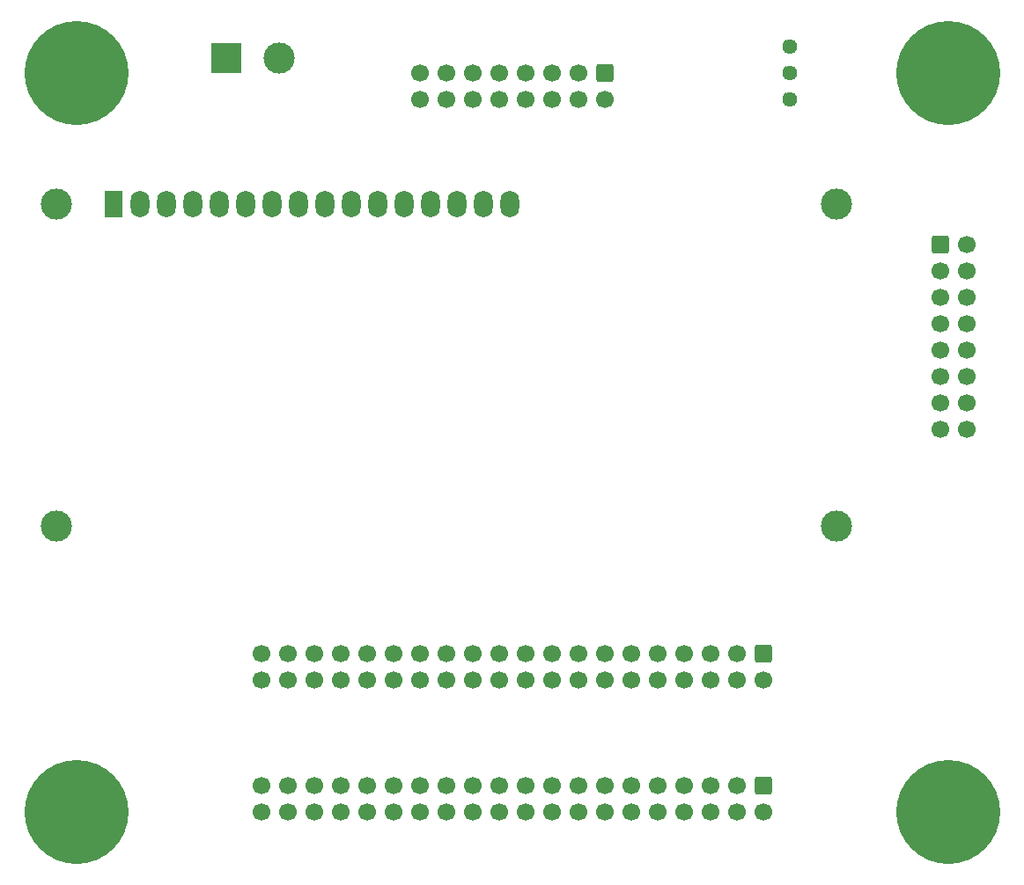
<source format=gbr>
%TF.GenerationSoftware,KiCad,Pcbnew,(6.0.6)*%
%TF.CreationDate,2022-08-14T22:29:33-04:00*%
%TF.ProjectId,raspberry_pi_wiring_harness,72617370-6265-4727-9279-5f70695f7769,rev?*%
%TF.SameCoordinates,Original*%
%TF.FileFunction,Soldermask,Top*%
%TF.FilePolarity,Negative*%
%FSLAX46Y46*%
G04 Gerber Fmt 4.6, Leading zero omitted, Abs format (unit mm)*
G04 Created by KiCad (PCBNEW (6.0.6)) date 2022-08-14 22:29:33*
%MOMM*%
%LPD*%
G01*
G04 APERTURE LIST*
G04 Aperture macros list*
%AMRoundRect*
0 Rectangle with rounded corners*
0 $1 Rounding radius*
0 $2 $3 $4 $5 $6 $7 $8 $9 X,Y pos of 4 corners*
0 Add a 4 corners polygon primitive as box body*
4,1,4,$2,$3,$4,$5,$6,$7,$8,$9,$2,$3,0*
0 Add four circle primitives for the rounded corners*
1,1,$1+$1,$2,$3*
1,1,$1+$1,$4,$5*
1,1,$1+$1,$6,$7*
1,1,$1+$1,$8,$9*
0 Add four rect primitives between the rounded corners*
20,1,$1+$1,$2,$3,$4,$5,0*
20,1,$1+$1,$4,$5,$6,$7,0*
20,1,$1+$1,$6,$7,$8,$9,0*
20,1,$1+$1,$8,$9,$2,$3,0*%
G04 Aperture macros list end*
%ADD10C,1.440000*%
%ADD11RoundRect,0.250000X-0.600000X0.600000X-0.600000X-0.600000X0.600000X-0.600000X0.600000X0.600000X0*%
%ADD12C,1.700000*%
%ADD13RoundRect,0.250000X-0.600000X-0.600000X0.600000X-0.600000X0.600000X0.600000X-0.600000X0.600000X0*%
%ADD14R,3.000000X3.000000*%
%ADD15C,3.000000*%
%ADD16C,0.900000*%
%ADD17C,10.000000*%
%ADD18R,1.800000X2.600000*%
%ADD19O,1.800000X2.600000*%
G04 APERTURE END LIST*
D10*
%TO.C,RV1*%
X126200000Y-55080000D03*
X126200000Y-57620000D03*
X126200000Y-60160000D03*
%TD*%
D11*
%TO.C,J5*%
X108420000Y-57620000D03*
D12*
X108420000Y-60160000D03*
X105880000Y-57620000D03*
X105880000Y-60160000D03*
X103340000Y-57620000D03*
X103340000Y-60160000D03*
X100800000Y-57620000D03*
X100800000Y-60160000D03*
X98260000Y-57620000D03*
X98260000Y-60160000D03*
X95720000Y-57620000D03*
X95720000Y-60160000D03*
X93180000Y-57620000D03*
X93180000Y-60160000D03*
X90640000Y-57620000D03*
X90640000Y-60160000D03*
%TD*%
D13*
%TO.C,J4*%
X140687500Y-74130000D03*
D12*
X143227500Y-74130000D03*
X140687500Y-76670000D03*
X143227500Y-76670000D03*
X140687500Y-79210000D03*
X143227500Y-79210000D03*
X140687500Y-81750000D03*
X143227500Y-81750000D03*
X140687500Y-84290000D03*
X143227500Y-84290000D03*
X140687500Y-86830000D03*
X143227500Y-86830000D03*
X140687500Y-89370000D03*
X143227500Y-89370000D03*
X140687500Y-91910000D03*
X143227500Y-91910000D03*
%TD*%
D14*
%TO.C,J3*%
X72072600Y-56197600D03*
D15*
X77152600Y-56197600D03*
%TD*%
D11*
%TO.C,J2*%
X123660000Y-126200000D03*
D12*
X123660000Y-128740000D03*
X121120000Y-126200000D03*
X121120000Y-128740000D03*
X118580000Y-126200000D03*
X118580000Y-128740000D03*
X116040000Y-126200000D03*
X116040000Y-128740000D03*
X113500000Y-126200000D03*
X113500000Y-128740000D03*
X110960000Y-126200000D03*
X110960000Y-128740000D03*
X108420000Y-126200000D03*
X108420000Y-128740000D03*
X105880000Y-126200000D03*
X105880000Y-128740000D03*
X103340000Y-126200000D03*
X103340000Y-128740000D03*
X100800000Y-126200000D03*
X100800000Y-128740000D03*
X98260000Y-126200000D03*
X98260000Y-128740000D03*
X95720000Y-126200000D03*
X95720000Y-128740000D03*
X93180000Y-126200000D03*
X93180000Y-128740000D03*
X90640000Y-126200000D03*
X90640000Y-128740000D03*
X88100000Y-126200000D03*
X88100000Y-128740000D03*
X85560000Y-126200000D03*
X85560000Y-128740000D03*
X83020000Y-126200000D03*
X83020000Y-128740000D03*
X80480000Y-126200000D03*
X80480000Y-128740000D03*
X77940000Y-126200000D03*
X77940000Y-128740000D03*
X75400000Y-126200000D03*
X75400000Y-128740000D03*
%TD*%
D11*
%TO.C,J1*%
X123660000Y-113500000D03*
D12*
X123660000Y-116040000D03*
X121120000Y-113500000D03*
X121120000Y-116040000D03*
X118580000Y-113500000D03*
X118580000Y-116040000D03*
X116040000Y-113500000D03*
X116040000Y-116040000D03*
X113500000Y-113500000D03*
X113500000Y-116040000D03*
X110960000Y-113500000D03*
X110960000Y-116040000D03*
X108420000Y-113500000D03*
X108420000Y-116040000D03*
X105880000Y-113500000D03*
X105880000Y-116040000D03*
X103340000Y-113500000D03*
X103340000Y-116040000D03*
X100800000Y-113500000D03*
X100800000Y-116040000D03*
X98260000Y-113500000D03*
X98260000Y-116040000D03*
X95720000Y-113500000D03*
X95720000Y-116040000D03*
X93180000Y-113500000D03*
X93180000Y-116040000D03*
X90640000Y-113500000D03*
X90640000Y-116040000D03*
X88100000Y-113500000D03*
X88100000Y-116040000D03*
X85560000Y-113500000D03*
X85560000Y-116040000D03*
X83020000Y-113500000D03*
X83020000Y-116040000D03*
X80480000Y-113500000D03*
X80480000Y-116040000D03*
X77940000Y-113500000D03*
X77940000Y-116040000D03*
X75400000Y-113500000D03*
X75400000Y-116040000D03*
%TD*%
D16*
%TO.C,H4*%
X57620000Y-132490000D03*
X57620000Y-124990000D03*
X60271650Y-126088350D03*
X53870000Y-128740000D03*
D17*
X57620000Y-128740000D03*
D16*
X61370000Y-128740000D03*
X54968350Y-126088350D03*
X60271650Y-131391650D03*
X54968350Y-131391650D03*
%TD*%
%TO.C,H3*%
X57620000Y-61370000D03*
X57620000Y-53870000D03*
X60271650Y-54968350D03*
X53870000Y-57620000D03*
D17*
X57620000Y-57620000D03*
D16*
X61370000Y-57620000D03*
X54968350Y-54968350D03*
X60271650Y-60271650D03*
X54968350Y-60271650D03*
%TD*%
%TO.C,H2*%
X141440000Y-132490000D03*
X141440000Y-124990000D03*
X144091650Y-126088350D03*
X137690000Y-128740000D03*
D17*
X141440000Y-128740000D03*
D16*
X145190000Y-128740000D03*
X138788350Y-126088350D03*
X144091650Y-131391650D03*
X138788350Y-131391650D03*
%TD*%
%TO.C,H1*%
X141440000Y-61370000D03*
X141440000Y-53870000D03*
X144091650Y-54968350D03*
X137690000Y-57620000D03*
D17*
X141440000Y-57620000D03*
D16*
X145190000Y-57620000D03*
X138788350Y-54968350D03*
X144091650Y-60271650D03*
X138788350Y-60271650D03*
%TD*%
D15*
%TO.C,DS1*%
X130679480Y-101203200D03*
X55680900Y-70202500D03*
X55680900Y-101203200D03*
X130680000Y-70202500D03*
D18*
X61180000Y-70202500D03*
D19*
X63720000Y-70202500D03*
X66260000Y-70202500D03*
X68800000Y-70202500D03*
X71340000Y-70202500D03*
X73880000Y-70202500D03*
X76420000Y-70202500D03*
X78960000Y-70202500D03*
X81500000Y-70202500D03*
X84040000Y-70202500D03*
X86580000Y-70202500D03*
X89120000Y-70202500D03*
X91660000Y-70202500D03*
X94200000Y-70202500D03*
X96740000Y-70202500D03*
X99280000Y-70202500D03*
%TD*%
G36*
X126205294Y-59433472D02*
G01*
X126365689Y-59452598D01*
X126366123Y-59452700D01*
X126518299Y-59506887D01*
X126518700Y-59507082D01*
X126655084Y-59593634D01*
X126655431Y-59593914D01*
X126769251Y-59708532D01*
X126769528Y-59708881D01*
X126855127Y-59845867D01*
X126855320Y-59846269D01*
X126908443Y-59998819D01*
X126908542Y-59999254D01*
X126926877Y-60162714D01*
X126926889Y-60162965D01*
X126926689Y-60177333D01*
X126926670Y-60177583D01*
X126903778Y-60340466D01*
X126903667Y-60340898D01*
X126846304Y-60491907D01*
X126846100Y-60492304D01*
X126756714Y-60626841D01*
X126756427Y-60627182D01*
X126639445Y-60738582D01*
X126639090Y-60738852D01*
X126500341Y-60821563D01*
X126499935Y-60821747D01*
X126346312Y-60871663D01*
X126345875Y-60871753D01*
X126185008Y-60886393D01*
X126184562Y-60886383D01*
X126024448Y-60865019D01*
X126024016Y-60864912D01*
X125872614Y-60808607D01*
X125872216Y-60808406D01*
X125737056Y-60719959D01*
X125736712Y-60719674D01*
X125624499Y-60603474D01*
X125624227Y-60603121D01*
X125540552Y-60464957D01*
X125540365Y-60464552D01*
X125489376Y-60311275D01*
X125489284Y-60310839D01*
X125473522Y-60150078D01*
X125473524Y-60149913D01*
X125477527Y-60149913D01*
X125493245Y-60310223D01*
X125544091Y-60463073D01*
X125627537Y-60600857D01*
X125739433Y-60716728D01*
X125874221Y-60804931D01*
X126025204Y-60861082D01*
X126184866Y-60882385D01*
X126345289Y-60867785D01*
X126498485Y-60818009D01*
X126636851Y-60735527D01*
X126753498Y-60624445D01*
X126842642Y-60490273D01*
X126899843Y-60339690D01*
X126922276Y-60180076D01*
X126922554Y-60160100D01*
X126904587Y-59999921D01*
X126851612Y-59847798D01*
X126766252Y-59711193D01*
X126652752Y-59596897D01*
X126516739Y-59510581D01*
X126364994Y-59456548D01*
X126205043Y-59437475D01*
X126044844Y-59454312D01*
X125892355Y-59506223D01*
X125755159Y-59590627D01*
X125640068Y-59703331D01*
X125552809Y-59838732D01*
X125497716Y-59990098D01*
X125477527Y-60149913D01*
X125473524Y-60149913D01*
X125473528Y-60149632D01*
X125493772Y-59989376D01*
X125493877Y-59988943D01*
X125549125Y-59837149D01*
X125549323Y-59836750D01*
X125636825Y-59700975D01*
X125637107Y-59700629D01*
X125752517Y-59587611D01*
X125752868Y-59587337D01*
X125890451Y-59502696D01*
X125890854Y-59502506D01*
X126043768Y-59450449D01*
X126044204Y-59450353D01*
X126204848Y-59433469D01*
X126205294Y-59433472D01*
G37*
G36*
X126205294Y-56893472D02*
G01*
X126365689Y-56912598D01*
X126366123Y-56912700D01*
X126518299Y-56966887D01*
X126518700Y-56967082D01*
X126655084Y-57053634D01*
X126655431Y-57053914D01*
X126769251Y-57168532D01*
X126769528Y-57168881D01*
X126855127Y-57305867D01*
X126855320Y-57306269D01*
X126908443Y-57458819D01*
X126908542Y-57459254D01*
X126926877Y-57622714D01*
X126926889Y-57622965D01*
X126926689Y-57637333D01*
X126926670Y-57637583D01*
X126903778Y-57800466D01*
X126903667Y-57800898D01*
X126846304Y-57951907D01*
X126846100Y-57952304D01*
X126756714Y-58086841D01*
X126756427Y-58087182D01*
X126639445Y-58198582D01*
X126639090Y-58198852D01*
X126500341Y-58281563D01*
X126499935Y-58281747D01*
X126346312Y-58331663D01*
X126345875Y-58331753D01*
X126185008Y-58346393D01*
X126184562Y-58346383D01*
X126024448Y-58325019D01*
X126024016Y-58324912D01*
X125872614Y-58268607D01*
X125872216Y-58268406D01*
X125737056Y-58179959D01*
X125736712Y-58179674D01*
X125624499Y-58063474D01*
X125624227Y-58063121D01*
X125540552Y-57924957D01*
X125540365Y-57924552D01*
X125489376Y-57771275D01*
X125489284Y-57770839D01*
X125473522Y-57610078D01*
X125473524Y-57609913D01*
X125477527Y-57609913D01*
X125493245Y-57770223D01*
X125544091Y-57923073D01*
X125627537Y-58060857D01*
X125739433Y-58176728D01*
X125874221Y-58264931D01*
X126025204Y-58321082D01*
X126184866Y-58342385D01*
X126345289Y-58327785D01*
X126498485Y-58278009D01*
X126636851Y-58195527D01*
X126753498Y-58084445D01*
X126842642Y-57950273D01*
X126899843Y-57799690D01*
X126922276Y-57640076D01*
X126922554Y-57620100D01*
X126904587Y-57459921D01*
X126851612Y-57307798D01*
X126766252Y-57171193D01*
X126652752Y-57056897D01*
X126516739Y-56970581D01*
X126364994Y-56916548D01*
X126205043Y-56897475D01*
X126044844Y-56914312D01*
X125892355Y-56966223D01*
X125755159Y-57050627D01*
X125640068Y-57163331D01*
X125552809Y-57298732D01*
X125497716Y-57450098D01*
X125477527Y-57609913D01*
X125473524Y-57609913D01*
X125473528Y-57609632D01*
X125493772Y-57449376D01*
X125493877Y-57448943D01*
X125549125Y-57297149D01*
X125549323Y-57296750D01*
X125636825Y-57160975D01*
X125637107Y-57160629D01*
X125752517Y-57047611D01*
X125752868Y-57047337D01*
X125890451Y-56962696D01*
X125890854Y-56962506D01*
X126043768Y-56910449D01*
X126044204Y-56910353D01*
X126204848Y-56893469D01*
X126205294Y-56893472D01*
G37*
G36*
X126205294Y-54353472D02*
G01*
X126365689Y-54372598D01*
X126366123Y-54372700D01*
X126518299Y-54426887D01*
X126518700Y-54427082D01*
X126655084Y-54513634D01*
X126655431Y-54513914D01*
X126769251Y-54628532D01*
X126769528Y-54628881D01*
X126855127Y-54765867D01*
X126855320Y-54766269D01*
X126908443Y-54918819D01*
X126908542Y-54919254D01*
X126926877Y-55082714D01*
X126926889Y-55082965D01*
X126926689Y-55097333D01*
X126926670Y-55097583D01*
X126903778Y-55260466D01*
X126903667Y-55260898D01*
X126846304Y-55411907D01*
X126846100Y-55412304D01*
X126756714Y-55546841D01*
X126756427Y-55547182D01*
X126639445Y-55658582D01*
X126639090Y-55658852D01*
X126500341Y-55741563D01*
X126499935Y-55741747D01*
X126346312Y-55791663D01*
X126345875Y-55791753D01*
X126185008Y-55806393D01*
X126184562Y-55806383D01*
X126024448Y-55785019D01*
X126024016Y-55784912D01*
X125872614Y-55728607D01*
X125872216Y-55728406D01*
X125737056Y-55639959D01*
X125736712Y-55639674D01*
X125624499Y-55523474D01*
X125624227Y-55523121D01*
X125540552Y-55384957D01*
X125540365Y-55384552D01*
X125489376Y-55231275D01*
X125489284Y-55230839D01*
X125473522Y-55070078D01*
X125473524Y-55069913D01*
X125477527Y-55069913D01*
X125493245Y-55230223D01*
X125544091Y-55383073D01*
X125627537Y-55520857D01*
X125739433Y-55636728D01*
X125874221Y-55724931D01*
X126025204Y-55781082D01*
X126184866Y-55802385D01*
X126345289Y-55787785D01*
X126498485Y-55738009D01*
X126636851Y-55655527D01*
X126753498Y-55544445D01*
X126842642Y-55410273D01*
X126899843Y-55259690D01*
X126922276Y-55100076D01*
X126922554Y-55080100D01*
X126904587Y-54919921D01*
X126851612Y-54767798D01*
X126766252Y-54631193D01*
X126652752Y-54516897D01*
X126516739Y-54430581D01*
X126364994Y-54376548D01*
X126205043Y-54357475D01*
X126044844Y-54374312D01*
X125892355Y-54426223D01*
X125755159Y-54510627D01*
X125640068Y-54623331D01*
X125552809Y-54758732D01*
X125497716Y-54910098D01*
X125477527Y-55069913D01*
X125473524Y-55069913D01*
X125473528Y-55069632D01*
X125493772Y-54909376D01*
X125493877Y-54908943D01*
X125549125Y-54757149D01*
X125549323Y-54756750D01*
X125636825Y-54620975D01*
X125637107Y-54620629D01*
X125752517Y-54507611D01*
X125752868Y-54507337D01*
X125890451Y-54422696D01*
X125890854Y-54422506D01*
X126043768Y-54370449D01*
X126044204Y-54370353D01*
X126204848Y-54353469D01*
X126205294Y-54353472D01*
G37*
M02*

</source>
